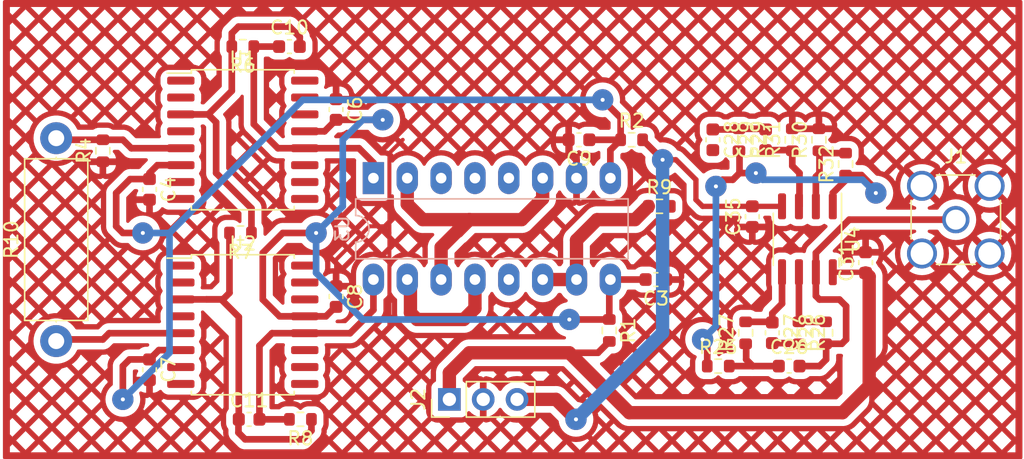
<source format=kicad_pcb>
(kicad_pcb (version 20221018) (generator pcbnew)
  (layers (0 "F.Cu" signal) (31 "B.Cu" signal) (34 "B.Paste" user) (35 "F.Paste" user) (36 "B.SilkS" user "B.Silkscreen") (37 "F.SilkS" user "F.Silkscreen") (38 "B.Mask" user) (39 "F.Mask" user) (44 "Edge.Cuts" user))
  (net 0 "")
  (net 1 "GND")
  (net 2 "V+")
  (net 3 "V-")
  (net 4 "Net-(U3--)")
  (net 5 "Net-(U1A--)")
  (net 6 "Net-(U2A--)")
  (net 7 "Net-(U3-+)")
  (net 8 "Net-(C26-Pad1)")
  (net 9 "Net-(J1-In)")
  (net 10 "Net-(U4B-+)")
  (net 11 "Net-(C28-Pad1)")
  (net 12 "/Amplifier Block/OUT")
  (net 13 "Net-(U4A-+)")
  (net 14 "+15V")
  (net 15 "-15V")
  (net 16 "/Amplifier Block/IN +")
  (net 17 "Net-(U3-Sense)")
  (net 18 "/Amplifier Block/IN -")
  (net 19 "Net-(R25-Pad1)")
  (net 20 "Net-(U4B--)")
  (net 21 "Net-(U4A--)")
  (net 22 "Net-(U3-+G_Sense)")
  (net 24 "Net-(U3--G_Sense)")
  (footprint "Resistor_SMD:R_0603_1608Metric" (layer "F.Cu") (at 87.5 33.825 90)
    (fp_text reference "R4" (at 0 -1.43 90) (layer "F.SilkS"))
    (fp_text value "100k")
    (fp_line (start -0.237258 -0.5225) (end 0.237258 -0.5225) (stroke (width 0.12)) (layer "F.SilkS"))
    (fp_line (start -0.237258 0.5225) (end 0.237258 0.5225) (stroke (width 0.12)) (layer "F.SilkS"))
    (pad "1" smd roundrect (at -0.825 0 90) (size 0.8 0.95) (layers "F.Cu" "F.Paste" "F.Mask") (net 1 "GND"))
    (pad "2" smd roundrect (at 0.825 0 90) (size 0.8 0.95) (layers "F.Cu" "F.Paste" "F.Mask") (net 16 "/Amplifier Block/IN +"))
  )
  (footprint "Resistor_SMD:R_0603_1608Metric" (layer "F.Cu") (at 135.73 47.5 90)
    (fp_text reference "R27" (at 0 -1.43 90) (layer "F.SilkS"))
    (fp_text value "R")
    (fp_line (start -0.237258 -0.5225) (end 0.237258 -0.5225) (stroke (width 0.12)) (layer "F.SilkS"))
    (fp_line (start -0.237258 0.5225) (end 0.237258 0.5225) (stroke (width 0.12)) (layer "F.SilkS"))
    (pad "1" smd roundrect (at -0.825 0 90) (size 0.8 0.95) (layers "F.Cu" "F.Paste" "F.Mask") (net 8 "Net-(C26-Pad1)"))
    (pad "2" smd roundrect (at 0.825 0 90) (size 0.8 0.95) (layers "F.Cu" "F.Paste" "F.Mask") (net 10 "Net-(U4B-+)"))
  )
  (footprint "Package_SO:SOIC-8_3.9x4.9mm_P1.27mm" (layer "F.Cu") (at 140.365 40.475 -90)
    (fp_text reference "U4" (at 0 -3.4 90) (layer "F.SilkS"))
    (fp_text value "NE5532")
    (fp_line (start 0 -2.56) (end -3.45 -2.56) (stroke (width 0.12)) (layer "F.SilkS"))
    (fp_line (start 0 -2.56) (end 1.95 -2.56) (stroke (width 0.12)) (layer "F.SilkS"))
    (fp_line (start 0 2.56) (end -1.95 2.56) (stroke (width 0.12)) (layer "F.SilkS"))
    (fp_line (start 0 2.56) (end 1.95 2.56) (stroke (width 0.12)) (layer "F.SilkS"))
    (pad "1" smd roundrect (at -2.475 -1.905 270) (size 1.95 0.6) (layers "F.Cu" "F.Paste" "F.Mask") (net 19 "Net-(R25-Pad1)"))
    (pad "2" smd roundrect (at -2.475 -0.635 270) (size 1.95 0.6) (layers "F.Cu" "F.Paste" "F.Mask") (net 21 "Net-(U4A--)"))
    (pad "3" smd roundrect (at -2.475 0.635 270) (size 1.95 0.6) (layers "F.Cu" "F.Paste" "F.Mask") (net 13 "Net-(U4A-+)"))
    (pad "4" smd roundrect (at -2.475 1.905 270) (size 1.95 0.6) (layers "F.Cu" "F.Paste" "F.Mask") (net 15 "-15V"))
    (pad "5" smd roundrect (at 2.475 1.905 270) (size 1.95 0.6) (layers "F.Cu" "F.Paste" "F.Mask") (net 10 "Net-(U4B-+)"))
    (pad "6" smd roundrect (at 2.475 0.635 270) (size 1.95 0.6) (layers "F.Cu" "F.Paste" "F.Mask") (net 20 "Net-(U4B--)"))
    (pad "7" smd roundrect (at 2.475 -0.635 270) (size 1.95 0.6) (layers "F.Cu" "F.Paste" "F.Mask") (net 9 "Net-(J1-In)"))
    (pad "8" smd roundrect (at 2.475 -1.905 270) (size 1.95 0.6) (layers "F.Cu" "F.Paste" "F.Mask") (net 14 "+15V"))
  )
  (footprint "Capacitor_SMD:C_0603_1608Metric" (layer "F.Cu") (at 123.225 33 180)
    (fp_text reference "C9" (at 0 -1.43) (layer "F.SilkS"))
    (fp_text value "1u 50V")
    (fp_line (start -0.14058 -0.51) (end 0.14058 -0.51) (stroke (width 0.12)) (layer "F.SilkS"))
    (fp_line (start -0.14058 0.51) (end 0.14058 0.51) (stroke (width 0.12)) (layer "F.SilkS"))
    (pad "1" smd roundrect (at -0.775 0 180) (size 0.9 0.95) (layers "F.Cu" "F.Paste" "F.Mask") (net 3 "V-"))
    (pad "2" smd roundrect (at 0.775 0 180) (size 0.9 0.95) (layers "F.Cu" "F.Paste" "F.Mask") (net 1 "GND"))
  )
  (footprint "Resistor_SMD:R_0603_1608Metric" (layer "F.Cu") (at 127.175 33)
    (fp_text reference "R2" (at 0 -1.43) (layer "F.SilkS"))
    (fp_text value "50")
    (fp_line (start -0.237258 -0.5225) (end 0.237258 -0.5225) (stroke (width 0.12)) (layer "F.SilkS"))
    (fp_line (start -0.237258 0.5225) (end 0.237258 0.5225) (stroke (width 0.12)) (layer "F.SilkS"))
    (pad "1" smd roundrect (at -0.825 0) (size 0.8 0.95) (layers "F.Cu" "F.Paste" "F.Mask") (net 3 "V-"))
    (pad "2" smd roundrect (at 0.825 0) (size 0.8 0.95) (layers "F.Cu" "F.Paste" "F.Mask") (net 15 "-15V"))
  )
  (footprint "Resistor_SMD:R_0603_1608Metric" (layer "F.Cu") (at 139.23 33 90)
    (fp_text reference "R31" (at 0 -1.43 90) (layer "F.SilkS"))
    (fp_text value "R")
    (fp_line (start -0.237258 -0.5225) (end 0.237258 -0.5225) (stroke (width 0.12)) (layer "F.SilkS"))
    (fp_line (start -0.237258 0.5225) (end 0.237258 0.5225) (stroke (width 0.12)) (layer "F.SilkS"))
    (pad "1" smd roundrect (at -0.825 0 90) (size 0.8 0.95) (layers "F.Cu" "F.Paste" "F.Mask") (net 13 "Net-(U4A-+)"))
    (pad "2" smd roundrect (at 0.825 0 90) (size 0.8 0.95) (layers "F.Cu" "F.Paste" "F.Mask") (net 1 "GND"))
  )
  (footprint "Resistor_SMD:R_0603_1608Metric" (layer "F.Cu") (at 143.23 34.825 90)
    (fp_text reference "R32" (at 0 -1.43 90) (layer "F.SilkS"))
    (fp_text value "R")
    (fp_line (start -0.237258 -0.5225) (end 0.237258 -0.5225) (stroke (width 0.12)) (layer "F.SilkS"))
    (fp_line (start -0.237258 0.5225) (end 0.237258 0.5225) (stroke (width 0.12)) (layer "F.SilkS"))
    (pad "1" smd roundrect (at -0.825 0 90) (size 0.8 0.95) (layers "F.Cu" "F.Paste" "F.Mask") (net 19 "Net-(R25-Pad1)"))
    (pad "2" smd roundrect (at 0.825 0 90) (size 0.8 0.95) (layers "F.Cu" "F.Paste" "F.Mask") (net 21 "Net-(U4A--)"))
  )
  (footprint "Package_SO:SOIC-16W_7.5x10.3mm_P1.27mm" (layer "F.Cu") (at 98 33)
    (fp_text reference "U1" (at 0 -6.1) (layer "F.SilkS"))
    (fp_text value "AD745")
    (fp_line (start -3.86 -5.26) (end -3.86 -5.005) (stroke (width 0.12)) (layer "F.SilkS"))
    (fp_line (start -3.86 -5.005) (end -5.675 -5.005) (stroke (width 0.12)) (layer "F.SilkS"))
    (fp_line (start -3.86 5.26) (end -3.86 5.005) (stroke (width 0.12)) (layer "F.SilkS"))
    (fp_line (start 0 -5.26) (end -3.86 -5.26) (stroke (width 0.12)) (layer "F.SilkS"))
    (fp_line (start 0 -5.26) (end 3.86 -5.26) (stroke (width 0.12)) (layer "F.SilkS"))
    (fp_line (start 0 5.26) (end -3.86 5.26) (stroke (width 0.12)) (layer "F.SilkS"))
    (fp_line (start 0 5.26) (end 3.86 5.26) (stroke (width 0.12)) (layer "F.SilkS"))
    (fp_line (start 3.86 -5.26) (end 3.86 -5.005) (stroke (width 0.12)) (layer "F.SilkS"))
    (fp_line (start 3.86 5.26) (end 3.86 5.005) (stroke (width 0.12)) (layer "F.SilkS"))
    (pad "1" smd roundrect (at -4.65 -4.445) (size 2.05 0.6) (layers "F.Cu" "F.Paste" "F.Mask"))
    (pad "2" smd roundrect (at -4.65 -3.175) (size 2.05 0.6) (layers "F.Cu" "F.Paste" "F.Mask"))
    (pad "3" smd roundrect (at -4.65 -1.905) (size 2.05 0.6) (layers "F.Cu" "F.Paste" "F.Mask") (net 5 "Net-(U1A--)"))
    (pad "4" smd roundrect (at -4.65 -0.635) (size 2.05 0.6) (layers "F.Cu" "F.Paste" "F.Mask"))
    (pad "5" smd roundrect (at -4.65 0.635) (size 2.05 0.6) (layers "F.Cu" "F.Paste" "F.Mask") (net 16 "/Amplifier Block/IN +"))
    (pad "6" smd roundrect (at -4.65 1.905) (size 2.05 0.6) (layers "F.Cu" "F.Paste" "F.Mask") (net 3 "V-"))
    (pad "7" smd roundrect (at -4.65 3.175) (size 2.05 0.6) (layers "F.Cu" "F.Paste" "F.Mask"))
    (pad "8" smd roundrect (at -4.65 4.445) (size 2.05 0.6) (layers "F.Cu" "F.Paste" "F.Mask"))
    (pad "9" smd roundrect (at 4.65 4.445) (size 2.05 0.6) (layers "F.Cu" "F.Paste" "F.Mask"))
    (pad "10" smd roundrect (at 4.65 3.175) (size 2.05 0.6) (layers "F.Cu" "F.Paste" "F.Mask"))
    (pad "11" smd roundrect (at 4.65 1.905) (size 2.05 0.6) (layers "F.Cu" "F.Paste" "F.Mask"))
    (pad "12" smd roundrect (at 4.65 0.635) (size 2.05 0.6) (layers "F.Cu" "F.Paste" "F.Mask") (net 7 "Net-(U3-+)"))
    (pad "13" smd roundrect (at 4.65 -0.635) (size 2.05 0.6) (layers "F.Cu" "F.Paste" "F.Mask") (net 2 "V+"))
    (pad "14" smd roundrect (at 4.65 -1.905) (size 2.05 0.6) (layers "F.Cu" "F.Paste" "F.Mask"))
    (pad "15" smd roundrect (at 4.65 -3.175) (size 2.05 0.6) (layers "F.Cu" "F.Paste" "F.Mask"))
    (pad "16" smd roundrect (at 4.65 -4.445) (size 2.05 0.6) (layers "F.Cu" "F.Paste" "F.Mask"))
  )
  (footprint "Capacitor_SMD:C_0603_1608Metric" (layer "F.Cu") (at 105 30.725 -90)
    (fp_text reference "C6" (at 0 -1.43 90) (layer "F.SilkS"))
    (fp_text value "1u 50V")
    (fp_line (start -0.14058 -0.51) (end 0.14058 -0.51) (stroke (width 0.12)) (layer "F.SilkS"))
    (fp_line (start -0.14058 0.51) (end 0.14058 0.51) (stroke (width 0.12)) (layer "F.SilkS"))
    (pad "1" smd roundrect (at -0.775 0 270) (size 0.9 0.95) (layers "F.Cu" "F.Paste" "F.Mask") (net 1 "GND"))
    (pad "2" smd roundrect (at 0.775 0 270) (size 0.9 0.95) (layers "F.Cu" "F.Paste" "F.Mask") (net 2 "V+"))
  )
  (footprint "Resistor_SMD:R_0603_1608Metric" (layer "F.Cu") (at 139.73 47.5 -90)
    (fp_text reference "R26" (at 0 -1.43 90) (layer "F.SilkS"))
    (fp_text value "R")
    (fp_line (start -0.237258 -0.5225) (end 0.237258 -0.5225) (stroke (width 0.12)) (layer "F.SilkS"))
    (fp_line (start -0.237258 0.5225) (end 0.237258 0.5225) (stroke (width 0.12)) (layer "F.SilkS"))
    (pad "1" smd roundrect (at -0.825 0 270) (size 0.8 0.95) (layers "F.Cu" "F.Paste" "F.Mask") (net 20 "Net-(U4B--)"))
    (pad "2" smd roundrect (at 0.825 0 270) (size 0.8 0.95) (layers "F.Cu" "F.Paste" "F.Mask") (net 1 "GND"))
  )
  (footprint "Connector_Coaxial:SMA_Amphenol_901-144_Vertical" (layer "F.Cu") (at 151.5 39)
    (fp_text reference "J1" (at 0 -4.75) (layer "F.SilkS"))
    (fp_text value "Conn_Coaxial")
    (fp_line (start -3.355 -1.45) (end -3.355 1.45) (stroke (width 0.12)) (layer "F.SilkS"))
    (fp_line (start -1.45 -3.355) (end 1.45 -3.355) (stroke (width 0.12)) (layer "F.SilkS"))
    (fp_line (start -1.45 3.355) (end 1.45 3.355) (stroke (width 0.12)) (layer "F.SilkS"))
    (fp_line (start 3.355 -1.45) (end 3.355 1.45) (stroke (width 0.12)) (layer "F.SilkS"))
    (pad "1" thru_hole circle (at 0 0) (size 2.05 2.05) (drill 1.5) (layers "*.Cu" "*.Mask") (net 9 "Net-(J1-In)"))
    (pad "2" thru_hole circle (at -2.54 -2.54) (size 2.25 2.25) (drill 1.7) (layers "*.Cu" "*.Mask") (net 1 "GND"))
    (pad "2" thru_hole circle (at -2.54 2.54) (size 2.25 2.25) (drill 1.7) (layers "*.Cu" "*.Mask") (net 1 "GND"))
    (pad "2" thru_hole circle (at 2.54 -2.54) (size 2.25 2.25) (drill 1.7) (layers "*.Cu" "*.Mask") (net 1 "GND"))
    (pad "2" thru_hole circle (at 2.54 2.54) (size 2.25 2.25) (drill 1.7) (layers "*.Cu" "*.Mask") (net 1 "GND"))
  )
  (footprint "Package_SO:SOIC-16W_7.5x10.3mm_P1.27mm" (layer "F.Cu") (at 98 46.895)
    (fp_text reference "U2" (at 0 -6.1) (layer "F.SilkS"))
    (fp_text value "AD745")
    (fp_line (start -3.86 -5.26) (end -3.86 -5.005) (stroke (width 0.12)) (layer "F.SilkS"))
    (fp_line (start -3.86 -5.005) (end -5.675 -5.005) (stroke (width 0.12)) (layer "F.SilkS"))
    (fp_line (start -3.86 5.26) (end -3.86 5.005) (stroke (width 0.12)) (layer "F.SilkS"))
    (fp_line (start 0 -5.26) (end -3.86 -5.26) (stroke (width 0.12)) (layer "F.SilkS"))
    (fp_line (start 0 -5.26) (end 3.86 -5.26) (stroke (width 0.12)) (layer "F.SilkS"))
    (fp_line (start 0 5.26) (end -3.86 5.26) (stroke (width 0.12)) (layer "F.SilkS"))
    (fp_line (start 0 5.26) (end 3.86 5.26) (stroke (width 0.12)) (layer "F.SilkS"))
    (fp_line (start 3.86 -5.26) (end 3.86 -5.005) (stroke (width 0.12)) (layer "F.SilkS"))
    (fp_line (start 3.86 5.26) (end 3.86 5.005) (stroke (width 0.12)) (layer "F.SilkS"))
    (pad "1" smd roundrect (at -4.65 -4.445) (size 2.05 0.6) (layers "F.Cu" "F.Paste" "F.Mask"))
    (pad "2" smd roundrect (at -4.65 -3.175) (size 2.05 0.6) (layers "F.Cu" "F.Paste" "F.Mask"))
    (pad "3" smd roundrect (at -4.65 -1.905) (size 2.05 0.6) (layers "F.Cu" "F.Paste" "F.Mask") (net 6 "Net-(U2A--)"))
    (pad "4" smd roundrect (at -4.65 -0.635) (size 2.05 0.6) (layers "F.Cu" "F.Paste" "F.Mask"))
    (pad "5" smd roundrect (at -4.65 0.635) (size 2.05 0.6) (layers "F.Cu" "F.Paste" "F.Mask") (net 18 "/Amplifier Block/IN -"))
    (pad "6" smd roundrect (at -4.65 1.905) (size 2.05 0.6) (layers "F.Cu" "F.Paste" "F.Mask") (net 3 "V-"))
    (pad "7" smd roundrect (at -4.65 3.175) (size 2.05 0.6) (layers "F.Cu" "F.Paste" "F.Mask"))
    (pad "8" smd roundrect (at -4.65 4.445) (size 2.05 0.6) (layers "F.Cu" "F.Paste" "F.Mask"))
    (pad "9" smd roundrect (at 4.65 4.445) (size 2.05 0.6) (layers "F.Cu" "F.Paste" "F.Mask"))
    (pad "10" smd roundrect (at 4.65 3.175) (size 2.05 0.6) (layers "F.Cu" "F.Paste" "F.Mask"))
    (pad "11" smd roundrect (at 4.65 1.905) (size 2.05 0.6) (layers "F.Cu" "F.Paste" "F.Mask"))
    (pad "12" smd roundrect (at 4.65 0.635) (size 2.05 0.6) (layers "F.Cu" "F.Paste" "F.Mask") (net 4 "Net-(U3--)"))
    (pad "13" smd roundrect (at 4.65 -0.635) (size 2.05 0.6) (layers "F.Cu" "F.Paste" "F.Mask") (net 2 "V+"))
    (pad "14" smd roundrect (at 4.65 -1.905) (size 2.05 0.6) (layers "F.Cu" "F.Paste" "F.Mask"))
    (pad "15" smd roundrect (at 4.65 -3.175) (size 2.05 0.6) (layers "F.Cu" "F.Paste" "F.Mask"))
    (pad "16" smd roundrect (at 4.65 -4.445) (size 2.05 0.6) (layers "F.Cu" "F.Paste" "F.Mask"))
  )
  (footprint "Resistor_THT:R_Axial_DIN0414_L11.9mm_D4.5mm_P15.24mm_Horizontal" (layer "F.Cu") (at 84 48.12 90)
    (fp_text reference "R10" (at 7.62 -3.37 90) (layer "F.SilkS"))
    (fp_text value "R")
    (fp_line (start 1.44 0) (end 1.55 0) (stroke (width 0.12)) (layer "F.SilkS"))
    (fp_line (start 1.55 -2.37) (end 1.55 2.37) (stroke (width 0.12)) (layer "F.SilkS"))
    (fp_line (start 1.55 2.37) (end 13.69 2.37) (stroke (width 0.12)) (layer "F.SilkS"))
    (fp_line (start 13.69 -2.37) (end 1.55 -2.37) (stroke (width 0.12)) (layer "F.SilkS"))
    (fp_line (start 13.69 2.37) (end 13.69 -2.37) (stroke (width 0.12)) (layer "F.SilkS"))
    (fp_line (start 13.8 0) (end 13.69 0) (stroke (width 0.12)) (layer "F.SilkS"))
    (pad "1" thru_hole circle (at 0 0 90) (size 2.4 2.4) (drill 1.2) (layers "*.Cu" "*.Mask") (net 18 "/Amplifier Block/IN -"))
    (pad "2" thru_hole oval (at 15.24 0 90) (size 2.4 2.4) (drill 1.2) (layers "*.Cu" "*.Mask") (net 16 "/Amplifier Block/IN +"))
  )
  (footprint "Resistor_SMD:R_0603_1608Metric" (layer "F.Cu") (at 102.325 54 180)
    (fp_text reference "R8" (at 0 -1.43) (layer "F.SilkS"))
    (fp_text value "5.1k")
    (fp_line (start -0.237258 -0.5225) (end 0.237258 -0.5225) (stroke (width 0.12)) (layer "F.SilkS"))
    (fp_line (start -0.237258 0.5225) (end 0.237258 0.5225) (stroke (width 0.12)) (layer "F.SilkS"))
    (pad "1" smd roundrect (at -0.825 0 180) (size 0.8 0.95) (layers "F.Cu" "F.Paste" "F.Mask") (net 6 "Net-(U2A--)"))
    (pad "2" smd roundrect (at 0.825 0 180) (size 0.8 0.95) (layers "F.Cu" "F.Paste" "F.Mask") (net 4 "Net-(U3--)"))
  )
  (footprint "Capacitor_SMD:C_0603_1608Metric" (layer "F.Cu") (at 98.475 54)
    (fp_text reference "C11" (at 0 -1.43) (layer "F.SilkS"))
    (fp_text value "10n")
    (fp_line (start -0.14058 -0.51) (end 0.14058 -0.51) (stroke (width 0.12)) (layer "F.SilkS"))
    (fp_line (start -0.14058 0.51) (end 0.14058 0.51) (stroke (width 0.12)) (layer "F.SilkS"))
    (pad "1" smd roundrect (at -0.775 0) (size 0.9 0.95) (layers "F.Cu" "F.Paste" "F.Mask") (net 6 "Net-(U2A--)"))
    (pad "2" smd roundrect (at 0.775 0) (size 0.9 0.95) (layers "F.Cu" "F.Paste" "F.Mask") (net 4 "Net-(U3--)"))
  )
  (footprint "Resistor_SMD:R_0603_1608Metric" (layer "F.Cu") (at 129.255 38)
    (fp_text reference "R9" (at 0 -1.43) (layer "F.SilkS"))
    (fp_text value "50")
    (fp_line (start -0.237258 -0.5225) (end 0.237258 -0.5225) (stroke (width 0.12)) (layer "F.SilkS"))
    (fp_line (start -0.237258 0.5225) (end 0.237258 0.5225) (stroke (width 0.12)) (layer "F.SilkS"))
    (pad "1" smd roundrect (at -0.825 0) (size 0.8 0.95) (layers "F.Cu" "F.Paste" "F.Mask") (net 17 "Net-(U3-Sense)"))
    (pad "2" smd roundrect (at 0.825 0) (size 0.8 0.95) (layers "F.Cu" "F.Paste" "F.Mask") (net 12 "/Amplifier Block/OUT"))
  )
  (footprint "Capacitor_SMD:C_0603_1608Metric" (layer "F.Cu") (at 101.5 26)
    (fp_text reference "C10" (at 0 -1.43) (layer "F.SilkS"))
    (fp_text value "10n")
    (fp_line (start -0.14058 -0.51) (end 0.14058 -0.51) (stroke (width 0.12)) (layer "F.SilkS"))
    (fp_line (start -0.14058 0.51) (end 0.14058 0.51) (stroke (width 0.12)) (layer "F.SilkS"))
    (pad "1" smd roundrect (at -0.775 0) (size 0.9 0.95) (layers "F.Cu" "F.Paste" "F.Mask") (net 7 "Net-(U3-+)"))
    (pad "2" smd roundrect (at 0.775 0) (size 0.9 0.95) (layers "F.Cu" "F.Paste" "F.Mask") (net 5 "Net-(U1A--)"))
  )
  (footprint "Resistor_SMD:R_0603_1608Metric" (layer "F.Cu") (at 141.73 47.5 90)
    (fp_text reference "R28" (at 0 -1.43 90) (layer "F.SilkS"))
    (fp_text value "R")
    (fp_line (start -0.237258 -0.5225) (end 0.237258 -0.5225) (stroke (width 0.12)) (layer "F.SilkS"))
    (fp_line (start -0.237258 0.5225) (end 0.237258 0.5225) (stroke (width 0.12)) (layer "F.SilkS"))
    (pad "1" smd roundrect (at -0.825 0 90) (size 0.8 0.95) (layers "F.Cu" "F.Paste" "F.Mask") (net 9 "Net-(J1-In)"))
    (pad "2" smd roundrect (at 0.825 0 90) (size 0.8 0.95) (layers "F.Cu" "F.Paste" "F.Mask") (net 20 "Net-(U4B--)"))
  )
  (footprint "Capacitor_SMD:C_0603_1608Metric" (layer "F.Cu") (at 129 43.5 180)
    (fp_text reference "C3" (at 0 -1.43) (layer "F.SilkS"))
    (fp_text value "1u 50V")
    (fp_line (start -0.14058 -0.51) (end 0.14058 -0.51) (stroke (width 0.12)) (layer "F.SilkS"))
    (fp_line (start -0.14058 0.51) (end 0.14058 0.51) (stroke (width 0.12)) (layer "F.SilkS"))
    (pad "1" smd roundrect (at -0.775 0 180) (size 0.9 0.95) (layers "F.Cu" "F.Paste" "F.Mask") (net 1 "GND"))
    (pad "2" smd roundrect (at 0.775 0 180) (size 0.9 0.95) (layers "F.Cu" "F.Paste" "F.Mask") (net 2 "V+"))
  )
  (footprint "Capacitor_SMD:C_0603_1608Metric" (layer "F.Cu") (at 133.27 33 -90)
    (fp_text reference "C28" (at 0 -1.43 90) (layer "F.SilkS"))
    (fp_text value "C")
    (fp_line (start -0.14058 -0.51) (end 0.14058 -0.51) (stroke (width 0.12)) (layer "F.SilkS"))
    (fp_line (start -0.14058 0.51) (end 0.14058 0.51) (stroke (width 0.12)) (layer "F.SilkS"))
    (pad "1" smd roundrect (at -0.775 0 270) (size 0.9 0.95) (layers "F.Cu" "F.Paste" "F.Mask") (net 11 "Net-(C28-Pad1)"))
    (pad "2" smd roundrect (at 0.775 0 270) (size 0.9 0.95) (layers "F.Cu" "F.Paste" "F.Mask") (net 12 "/Amplifier Block/OUT"))
  )
  (footprint "Capacitor_SMD:C_0603_1608Metric" (layer "F.Cu") (at 144.73 42.225 90)
    (fp_text reference "C31" (at 0 -1.43 90) (layer "F.SilkS"))
    (fp_text value "C")
    (fp_line (start -0.14058 -0.51) (end 0.14058 -0.51) (stroke (width 0.12)) (layer "F.SilkS"))
    (fp_line (start -0.14058 0.51) (end 0.14058 0.51) (stroke (width 0.12)) (layer "F.SilkS"))
    (pad "1" smd roundrect (at -0.775 0 90) (size 0.9 0.95) (layers "F.Cu" "F.Paste" "F.Mask") (net 14 "+15V"))
    (pad "2" smd roundrect (at 0.775 0 90) (size 0.9 0.95) (layers "F.Cu" "F.Paste" "F.Mask") (net 1 "GND"))
  )
  (footprint "Resistor_SMD:R_0603_1608Metric" (layer "F.Cu") (at 125.5 47.325 -90)
    (fp_text reference "R1" (at 0 -1.43 90) (layer "F.SilkS"))
    (fp_text value "50")
    (fp_line (start -0.237258 -0.5225) (end 0.237258 -0.5225) (stroke (width 0.12)) (layer "F.SilkS"))
    (fp_line (start -0.237258 0.5225) (end 0.237258 0.5225) (stroke (width 0.12)) (layer "F.SilkS"))
    (pad "1" smd roundrect (at -0.825 0 270) (size 0.8 0.95) (layers "F.Cu" "F.Paste" "F.Mask") (net 2 "V+"))
    (pad "2" smd roundrect (at 0.825 0 270) (size 0.8 0.95) (layers "F.Cu" "F.Paste" "F.Mask") (net 14 "+15V"))
  )
  (footprint "Capacitor_SMD:C_0603_1608Metric" (layer "F.Cu") (at 136.23 38.775 90)
    (fp_text reference "C35" (at 0 -1.43 90) (layer "F.SilkS"))
    (fp_text value "C")
    (fp_line (start -0.14058 -0.51) (end 0.14058 -0.51) (stroke (width 0.12)) (layer "F.SilkS"))
    (fp_line (start -0.14058 0.51) (end 0.14058 0.51) (stroke (width 0.12)) (layer "F.SilkS"))
    (pad "1" smd roundrect (at -0.775 0 90) (size 0.9 0.95) (layers "F.Cu" "F.Paste" "F.Mask") (net 1 "GND"))
    (pad "2" smd roundrect (at 0.775 0 90) (size 0.9 0.95) (layers "F.Cu" "F.Paste" "F.Mask") (net 15 "-15V"))
  )
  (footprint "Capacitor_SMD:C_0603_1608Metric" (layer "F.Cu") (at 105 44.775 -90)
    (fp_text reference "C8" (at 0 -1.43 90) (layer "F.SilkS"))
    (fp_text value "1u 50V")
    (fp_line (start -0.14058 -0.51) (end 0.14058 -0.51) (stroke (width 0.12)) (layer "F.SilkS"))
    (fp_line (start -0.14058 0.51) (end 0.14058 0.51) (stroke (width 0.12)) (layer "F.SilkS"))
    (pad "1" smd roundrect (at -0.775 0 270) (size 0.9 0.95) (layers "F.Cu" "F.Paste" "F.Mask") (net 1 "GND"))
    (pad "2" smd roundrect (at 0.775 0 270) (size 0.9 0.95) (layers "F.Cu" "F.Paste" "F.Mask") (net 2 "V+"))
  )
  (footprint "Capacitor_SMD:C_0603_1608Metric" (layer "F.Cu") (at 91 50.275 -90)
    (fp_text reference "C7" (at 0 -1.43 90) (layer "F.SilkS"))
    (fp_text value "1u 50V")
    (fp_line (start -0.14058 -0.51) (end 0.14058 -0.51) (stroke (width 0.12)) (layer "F.SilkS"))
    (fp_line (start -0.14058 0.51) (end 0.14058 0.51) (stroke (width 0.12)) (layer "F.SilkS"))
    (pad "1" smd roundrect (at -0.775 0 270) (size 0.9 0.95) (layers "F.Cu" "F.Paste" "F.Mask") (net 3 "V-"))
    (pad "2" smd roundrect (at 0.775 0 270) (size 0.9 0.95) (layers "F.Cu" "F.Paste" "F.Mask") (net 1 "GND"))
  )
  (footprint "Connector_PinHeader_2.54mm:PinHeader_1x03_P2.54mm_Vertical" (layer "F.Cu") (at 113.5 52.5 90)
    (fp_text reference "J2" (at 0 -2.33 90) (layer "F.SilkS"))
    (fp_text value "Power")
    (fp_line (start -1.33 -1.33) (end 0 -1.33) (stroke (width 0.12)) (layer "F.SilkS"))
    (fp_line (start -1.33 0) (end -1.33 -1.33) (stroke (width 0.12)) (layer "F.SilkS"))
    (fp_line (start -1.33 1.27) (end -1.33 6.41) (stroke (width 0.12)) (layer "F.SilkS"))
    (fp_line (start -1.33 1.27) (end 1.33 1.27) (stroke (width 0.12)) (layer "F.SilkS"))
    (fp_line (start -1.33 6.41) (end 1.33 6.41) (stroke (width 0.12)) (layer "F.SilkS"))
    (fp_line (start 1.33 1.27) (end 1.33 6.41) (stroke (width 0.12)) (layer "F.SilkS"))
    (pad "1" thru_hole rect (at 0 0 90) (size 1.7 1.7) (drill 1) (layers "*.Cu" "*.Mask") (net 14 "+15V"))
    (pad "2" thru_hole oval (at 0 2.54 90) (size 1.7 1.7) (drill 1) (layers "*.Cu" "*.Mask") (net 1 "GND"))
    (pad "3" thru_hole oval (at 0 5.08 90) (size 1.7 1.7) (drill 1) (layers "*.Cu" "*.Mask") (net 15 "-15V"))
  )
  (footprint "Resistor_SMD:R_0603_1608Metric" (layer "F.Cu") (at 98 26 180)
    (fp_text reference "R6" (at 0 -1.43) (layer "F.SilkS"))
    (fp_text value "5.1k")
    (fp_line (start -0.237258 -0.5225) (end 0.237258 -0.5225) (stroke (width 0.12)) (layer "F.SilkS"))
    (fp_line (start -0.237258 0.5225) (end 0.237258 0.5225) (stroke (width 0.12)) (layer "F.SilkS"))
    (pad "1" smd roundrect (at -0.825 0 180) (size 0.8 0.95) (layers "F.Cu" "F.Paste" "F.Mask") (net 7 "Net-(U3-+)"))
    (pad "2" smd roundrect (at 0.825 0 180) (size 0.8 0.95) (layers "F.Cu" "F.Paste" "F.Mask") (net 5 "Net-(U1A--)"))
  )
  (footprint "Capacitor_SMD:C_0603_1608Metric" (layer "F.Cu") (at 138.995 50)
    (fp_text reference "C26" (at 0 -1.43) (layer "F.SilkS"))
    (fp_text value "C")
    (fp_line (start -0.14058 -0.51) (end 0.14058 -0.51) (stroke (width 0.12)) (layer "F.SilkS"))
    (fp_line (start -0.14058 0.51) (end 0.14058 0.51) (stroke (width 0.12)) (layer "F.SilkS"))
    (pad "1" smd roundrect (at -0.775 0) (size 0.9 0.95) (layers "F.Cu" "F.Paste" "F.Mask") (net 8 "Net-(C26-Pad1)"))
    (pad "2" smd roundrect (at 0.775 0) (size 0.9 0.95) (layers "F.Cu" "F.Paste" "F.Mask") (net 9 "Net-(J1-In)"))
  )
  (footprint "Resistor_SMD:R_0603_1608Metric" (layer "F.Cu") (at 135.23 33 -90)
    (fp_text reference "R29" (at 0 -1.43 90) (layer "F.SilkS"))
    (fp_text value "R")
    (fp_line (start -0.237258 -0.5225) (end 0.237258 -0.5225) (stroke (width 0.12)) (layer "F.SilkS"))
    (fp_line (start -0.237258 0.5225) (end 0.237258 0.5225) (stroke (width 0.12)) (layer "F.SilkS"))
    (pad "1" smd roundrect (at -0.825 0 270) (size 0.8 0.95) (layers "F.Cu" "F.Paste" "F.Mask") (net 11 "Net-(C28-Pad1)"))
    (pad "2" smd roundrect (at 0.825 0 270) (size 0.8 0.95) (layers "F.Cu" "F.Paste" "F.Mask") (net 19 "Net-(R25-Pad1)"))
  )
  (footprint "Capacitor_SMD:C_0603_1608Metric" (layer "F.Cu") (at 91 36.725 -90)
    (fp_text reference "C4" (at 0 -1.43 90) (layer "F.SilkS"))
    (fp_text value "1u 50V")
    (fp_line (start -0.14058 -0.51) (end 0.14058 -0.51) (stroke (width 0.12)) (layer "F.SilkS"))
    (fp_line (start -0.14058 0.51) (end 0.14058 0.51) (stroke (width 0.12)) (layer "F.SilkS"))
    (pad "1" smd roundrect (at -0.775 0 270) (size 0.9 0.95) (layers "F.Cu" "F.Paste" "F.Mask") (net 3 "V-"))
    (pad "2" smd roundrect (at 0.775 0 270) (size 0.9 0.95) (layers "F.Cu" "F.Paste" "F.Mask") (net 1 "GND"))
  )
  (footprint "Capacitor_SMD:C_0603_1608Metric" (layer "F.Cu") (at 137.73 47.5 -90)
    (fp_text reference "C27" (at 0 -1.43 90) (layer "F.SilkS"))
    (fp_text value "C")
    (fp_line (start -0.14058 -0.51) (end 0.14058 -0.51) (stroke (width 0.12)) (layer "F.SilkS"))
    (fp_line (start -0.14058 0.51) (end 0.14058 0.51) (stroke (width 0.12)) (layer "F.SilkS"))
    (pad "1" smd roundrect (at -0.775 0 270) (size 0.9 0.95) (layers "F.Cu" "F.Paste" "F.Mask") (net 10 "Net-(U4B-+)"))
    (pad "2" smd roundrect (at 0.775 0 270) (size 0.9 0.95) (layers "F.Cu" "F.Paste" "F.Mask") (net 1 "GND"))
  )
  (footprint "Resistor_SMD:R_0603_1608Metric" (layer "F.Cu") (at 97.825 40 180)
    (fp_text reference "R7" (at 0 -1.43) (layer "F.SilkS"))
    (fp_text value "510")
    (fp_line (start -0.237258 -0.5225) (end 0.237258 -0.5225) (stroke (width 0.12)) (layer "F.SilkS"))
    (fp_line (start -0.237258 0.5225) (end 0.237258 0.5225) (stroke (width 0.12)) (layer "F.SilkS"))
    (pad "1" smd roundrect (at -0.825 0 180) (size 0.8 0.95) (layers "F.Cu" "F.Paste" "F.Mask") (net 5 "Net-(U1A--)"))
    (pad "2" smd roundrect (at 0.825 0 180) (size 0.8 0.95) (layers "F.Cu" "F.Paste" "F.Mask") (net 6 "Net-(U2A--)"))
  )
  (footprint "Capacitor_SMD:C_0603_1608Metric" (layer "F.Cu") (at 137.23 33 90)
    (fp_text reference "C29" (at 0 -1.43 90) (layer "F.SilkS"))
    (fp_text value "C")
    (fp_line (start -0.14058 -0.51) (end 0.14058 -0.51) (stroke (width 0.12)) (layer "F.SilkS"))
    (fp_line (start -0.14058 0.51) (end 0.14058 0.51) (stroke (width 0.12)) (layer "F.SilkS"))
    (pad "1" smd roundrect (at -0.775 0 90) (size 0.9 0.95) (layers "F.Cu" "F.Paste" "F.Mask") (net 13 "Net-(U4A-+)"))
    (pad "2" smd roundrect (at 0.775 0 90) (size 0.9 0.95) (layers "F.Cu" "F.Paste" "F.Mask") (net 11 "Net-(C28-Pad1)"))
  )
  (footprint "Resistor_SMD:R_0603_1608Metric" (layer "F.Cu") (at 141.23 33 90)
    (fp_text reference "R30" (at 0 -1.43 90) (layer "F.SilkS"))
    (fp_text value "R")
    (fp_line (start -0.237258 -0.5225) (end 0.237258 -0.5225) (stroke (width 0.12)) (layer "F.SilkS"))
    (fp_line (start -0.237258 0.5225) (end 0.237258 0.5225) (stroke (width 0.12)) (layer "F.SilkS"))
    (pad "1" smd roundrect (at -0.825 0 90) (size 0.8 0.95) (layers "F.Cu" "F.Paste" "F.Mask") (net 21 "Net-(U4A--)"))
    (pad "2" smd roundrect (at 0.825 0 90) (size 0.8 0.95) (layers "F.Cu" "F.Paste" "F.Mask") (net 1 "GND"))
  )
  (footprint "Resistor_SMD:R_0603_1608Metric" (layer "F.Cu") (at 133.675 50)
    (fp_text reference "R25" (at 0 -1.43) (layer "F.SilkS"))
    (fp_text value "R")
    (fp_line (start -0.237258 -0.5225) (end 0.237258 -0.5225) (stroke (width 0.12)) (layer "F.SilkS"))
    (fp_line (start -0.237258 0.5225) (end 0.237258 0.5225) (stroke (width 0.12)) (layer "F.SilkS"))
    (pad "1" smd roundrect (at -0.825 0) (size 0.8 0.95) (layers "F.Cu" "F.Paste" "F.Mask") (net 19 "Net-(R25-Pad1)"))
    (pad "2" smd roundrect (at 0.825 0) (size 0.8 0.95) (layers "F.Cu" "F.Paste" "F.Mask") (net 8 "Net-(C26-Pad1)"))
  )
  (footprint "Package_DIP:DIP-16_W7.62mm_LongPads" (layer "B.Cu") (at 107.8 35.88 -90)
    (fp_text reference "U3" (at 3.81 2.33 90) (layer "B.SilkS") (effects (justify mirror)))
    (fp_text value "INA103")
    (fp_line (start 1.56 -19.11) (end 6.06 -19.11) (stroke (width 0.12)) (layer "B.SilkS"))
    (fp_line (start 1.56 1.33) (end 1.56 -19.11) (stroke (width 0.12)) (layer "B.SilkS"))
    (fp_line (start 2.81 1.33) (end 1.56 1.33) (stroke (width 0.12)) (layer "B.SilkS"))
    (fp_line (start 6.06 -19.11) (end 6.06 1.33) (stroke (width 0.12)) (layer "B.SilkS"))
    (fp_line (start 6.06 1.33) (end 4.81 1.33) (stroke (width 0.12)) (layer "B.SilkS"))
    (fp_arc (start 2.81 1.33) (mid 3.81 0.33) (end 4.81 1.33) (stroke (width 0.12)) (layer "B.SilkS"))
    (pad "1" thru_hole rect (at 0 0 270) (size 2.4 1.6) (drill 0.8) (layers "*.Cu" "*.Mask") (net 7 "Net-(U3-+)"))
    (pad "2" thru_hole oval (at 0 -2.54 270) (size 2.4 1.6) (drill 0.8) (layers "*.Cu" "*.Mask") (net 22 "Net-(U3-+G_Sense)"))
    (pad "3" thru_hole oval (at 0 -5.08 270) (size 2.4 1.6) (drill 0.8) (layers "*.Cu" "*.Mask"))
    (pad "4" thru_hole oval (at 0 -7.62 270) (size 2.4 1.6) (drill 0.8) (layers "*.Cu" "*.Mask"))
    (pad "5" thru_hole oval (at 0 -10.16 270) (size 2.4 1.6) (drill 0.8) (layers "*.Cu" "*.Mask"))
    (pad "6" thru_hole oval (at 0 -12.7 270) (size 2.4 1.6) (drill 0.8) (layers "*.Cu" "*.Mask") (net 22 "Net-(U3-+G_Sense)"))
    (pad "7" thru_hole oval (at 0 -15.24 270) (size 2.4 1.6) (drill 0.8) (layers "*.Cu" "*.Mask") (net 1 "GND"))
    (pad "8" thru_hole oval (at 0 -17.78 270) (size 2.4 1.6) (drill 0.8) (layers "*.Cu" "*.Mask") (net 3 "V-"))
    (pad "9" thru_hole oval (at 7.62 -17.78 270) (size 2.4 1.6) (drill 0.8) (layers "*.Cu" "*.Mask") (net 2 "V+"))
    (pad "10" thru_hole oval (at 7.62 -15.24 270) (size 2.4 1.6) (drill 0.8) (layers "*.Cu" "*.Mask") (net 17 "Net-(U3-Sense)"))
    (pad "11" thru_hole oval (at 7.62 -12.7 270) (size 2.4 1.6) (drill 0.8) (layers "*.Cu" "*.Mask") (net 17 "Net-(U3-Sense)"))
    (pad "12" thru_hole oval (at 7.62 -10.16 270) (size 2.4 1.6) (drill 0.8) (layers "*.Cu" "*.Mask"))
    (pad "13" thru_hole oval (at 7.62 -7.62 270) (size 2.4 1.6) (drill 0.8) (layers "*.Cu" "*.Mask") (net 24 "Net-(U3--G_Sense)"))
    (pad "14" thru_hole oval (at 7.62 -5.08 270) (size 2.4 1.6) (drill 0.8) (layers "*.Cu" "*.Mask") (net 22 "Net-(U3-+G_Sense)"))
    (pad "15" thru_hole oval (at 7.62 -2.54 270) (size 2.4 1.6) (drill 0.8) (layers "*.Cu" "*.Mask") (net 24 "Net-(U3--G_Sense)"))
    (pad "16" thru_hole oval (at 7.62 0 270) (size 2.4 1.6) (drill 0.8) (layers "*.Cu" "*.Mask") (net 4 "Net-(U3--)"))
  )
  (segment (start 123.04 35.88) (end 123.04 34.54) (width 0.5) (layer "F.Cu") (net 1))
  (segment (start 105 44) (end 105 42) (width 0.3) (layer "F.Cu") (net 1))
  (segment (start 109 34) (end 110 33) (width 0.3) (layer "F.Cu") (net 1))
  (segment (start 108.5 39.5) (end 109 40) (width 0.3) (layer "F.Cu") (net 1))
  (segment (start 109 40) (end 109 47) (width 0.3) (layer "F.Cu") (net 1))
  (segment (start 109 47) (end 108.5 47.5) (width 0.3) (layer "F.Cu") (net 1))
  (segment (start 122.5 34) (end 122.5 33.05) (width 0.5) (layer "F.Cu") (net 1))
  (segment (start 105 42) (end 107.5 39.5) (width 0.3) (layer "F.Cu") (net 1))
  (segment (start 107.5 39.5) (end 108.5 39.5) (width 0.3) (layer "F.Cu") (net 1))
  (segment (start 123.04 34.54) (end 122.5 34) (width 0.5) (layer "F.Cu") (net 1))
  (segment (start 122.5 33.05) (end 122.45 33) (width 0.5) (layer "F.Cu") (net 1))
  (segment (start 109 40) (end 109 34) (width 0.3) (layer "F.Cu") (net 1))
  (segment (start 105 31.5) (end 108.5 31.5) (width 0.5) (layer "F.Cu") (net 2))
  (segment (start 102.65 32.365) (end 104.135 32.365) (width 0.5) (layer "F.Cu") (net 2))
  (segment (start 125.5 46.5) (end 122.5 46.5) (width 0.5) (layer "F.Cu") (net 2))
  (segment (start 101 40) (end 103.5 40) (width 0.5) (layer "F.Cu") (net 2))
  (segment (start 104.24 46.26) (end 102.65 46.26) (width 0.5) (layer "F.Cu") (net 2))
  (segment (start 100.76 46.26) (end 99.5 45) (width 0.5) (layer "F.Cu") (net 2))
  (segment (start 104.135 32.365) (end 105 31.5) (width 0.5) (layer "F.Cu") (net 2))
  (segment (start 125.5 43.58) (end 125.58 43.5) (width 0.5) (layer "F.Cu") (net 2))
  (segment (start 102.65 46.26) (end 100.76 46.26) (width 0.5) (layer "F.Cu") (net 2))
  (segment (start 104.95 45.55) (end 104.24 46.26) (width 0.5) (layer "F.Cu") (net 2))
  (segment (start 125.58 43.5) (end 128.225 43.5) (width 0.5) (layer "F.Cu") (net 2))
  (segment (start 125.5 46.5) (end 125.5 43.58) (width 0.5) (layer "F.Cu") (net 2))
  (segment (start 99.5 45) (end 99.5 41.5) (width 0.5) (layer "F.Cu") (net 2))
  (segment (start 105 45.55) (end 104.95 45.55) (width 0.5) (layer "F.Cu") (net 2))
  (segment (start 99.5 41.5) (end 101 40) (width 0.5) (layer "F.Cu") (net 2))
  (via (at 122.5 46.5) (size 1.6) (drill 0.3) (layers "F.Cu" "B.Cu") (net 2))
  (via (at 108.5 31.5) (size 1.6) (drill 0.3) (layers "F.Cu" "B.Cu") (net 2))
  (via (at 103.5 40) (size 1.6) (drill 0.3) (layers "F.Cu" "B.Cu") (net 2))
  (segment (start 107 31.5) (end 108.5 31.5) (width 0.5) (layer "B.Cu") (net 2))
  (segment (start 122.5 46.5) (end 107 46.5) (width 0.5) (layer "B.Cu") (net 2))
  (segment (start 105.5 38) (end 105.5 33) (width 0.5) (layer "B.Cu") (net 2))
  (segment (start 103.5 43) (end 103.5 40) (width 0.5) (layer "B.Cu") (net 2))
  (segment (start 105.5 33) (end 107 31.5) (width 0.5) (layer "B.Cu") (net 2))
  (segment (start 103.5 40) (end 105.5 38) (width 0.5) (layer "B.Cu") (net 2))
  (segment (start 107 46.5) (end 103.5 43) (width 0.5) (layer "B.Cu") (net 2))
  (segment (start 125.58 35.88) (end 125.58 33.77) (width 0.5) (layer "F.Cu") (net 3))
  (segment (start 93.35 48.8) (end 91.7 48.8) (width 0.5) (layer "F.Cu") (net 3))
  (segment (start 89.5 49.5) (end 91 49.5) (width 0.5) (layer "F.Cu") (net 3))
  (segment (start 93.35 34.905) (end 91.595 34.905) (width 0.5) (layer "F.Cu") (net 3))
  (segment (start 124 33) (end 126.35 33) (width 0.5) (layer "F.Cu") (net 3))
  (segment (start 88.5 37) (end 88.5 39.5) (width 0.5) (layer "F.Cu") (net 3))
  (segment (start 91.595 34.905) (end 91 35.5) (width 0.5) (layer "F.Cu") (net 3))
  (segment (start 126.35 33) (end 126.35 31.35) (width 0.5) (layer "F.Cu") (net 3))
  (segment (start 89 50) (end 89.5 49.5) (width 0.5) (layer "F.Cu") (net 3))
  (segment (start 126.35 31.35) (end 125 30) (width 0.5) (layer "F.Cu") (net 3))
  (segment (start 125.58 33.77) (end 126.35 33) (width 0.5) (layer "F.Cu") (net 3))
  (segment (start 89.55 35.95) (end 88.5 37) (width 0.5) (layer "F.Cu") (net 3))
  (segment (start 89 40) (end 90.5 40) (width 0.5) (layer "F.Cu") (net 3))
  (segment (start 91.7 48.8) (end 91 49.5) (width 0.5) (layer "F.Cu") (net 3))
  (segment (start 88.5 39.5) (end 89 40) (width 0.5) (layer "F.Cu") (net 3))
  (segment (start 91 35.5) (end 91 35.95) (width 0.5) (layer "F.Cu") (net 3))
  (segment (start 91 35.95) (end 89.55 35.95) (width 0.5) (layer "F.Cu") (net 3))
  (segment (start 89 52.5) (end 89 50) (width 0.5) (layer "F.Cu") (net 3))
  (via (at 90.5 40) (size 1.6) (drill 0.3) (layers "F.Cu" "B.Cu") (net 3))
  (via (at 89 52.5) (size 1.6) (drill 0.3) (layers "F.Cu" "B.Cu") (net 3))
  (via (at 125 30) (size 1.6) (drill 0.3) (layers "F.Cu" "B.Cu") (net 3))
  (segment (start 92.5 40) (end 90.5 40) (width 0.5) (layer "B.Cu") (net 3))
  (segment (start 102.5 30) (end 92.5 40) (width 0.5) (layer "B.Cu") (net 3))
  (segment (start 125 30) (end 102.5 30) (width 0.5) (layer "B.Cu") (net 3))
  (segment (start 92.5 40) (end 92.5 49) (width 0.5) (layer "B.Cu") (net 3))
  (segment (start 92.5 49) (end 89 52.5) (width 0.5) (layer "B.Cu") (net 3))
  (segment (start 107.8 45.78) (end 107.8 43.5) (width 0.5) (layer "F.Cu") (net 4))
  (segment (start 100.19 47.53) (end 99.25 48.47) (width 0.5) (layer "F.Cu") (net 4))
  (segment (start 99.25 48.47) (end 99.25 53.665) (width 0.5) (layer "F.Cu") (net 4))
  (segment (start 102.65 47.53) (end 106.05 47.53) (width 0.5) (layer "F.Cu") (net 4))
  (segment (start 102.65 47.53) (end 100.19 47.53) (width 0.5) (layer "F.Cu") (net 4))
  (segment (start 99.25 54) (end 101.5 54) (width 0.5) (layer "F.Cu") (net 4))
  (segment (start 106.05 47.53) (end 107.8 45.78) (width 0.5) (layer "F.Cu") (net 4))
  (segment (start 97.175 29.325) (end 95.405 31.095) (width 0.5) (layer "F.Cu") (net 5))
  (segment (start 98.65 38.15) (end 96 35.5) (width 0.5) (layer "F.Cu") (net 5))
  (segment (start 102.275 25.275) (end 101.5 24.5) (width 0.5) (layer "F.Cu") (net 5))
  (segment (start 97.675 24.5) (end 97.175 25) (width 0.5) (layer "F.Cu") (net 5))
  (segment (start 96 31.69) (end 95.405 31.095) (width 0.5) (layer "F.Cu") (net 5))
  (segment (start 102.275 26) (end 102.275 25.275) (width 0.5) (layer "F.Cu") (net 5))
  (segment (start 97.175 26) (end 97.175 29.325) (width 0.5) (layer "F.Cu") (net 5))
  (segment (start 95.405 31.095) (end 93.35 31.095) (width 0.5) (layer "F.Cu") (net 5))
  (segment (start 101.5 24.5) (end 97.675 24.5) (width 0.5) (layer "F.Cu") (net 5))
  (segment (start 96 35.5) (end 96 31.69) (width 0.5) (layer "F.Cu") (net 5))
  (segment (start 98.65 40) (end 98.65 38.15) (width 0.5) (layer "F.Cu") (net 5))
  (segment (start 97.175 26) (end 97.175 25) (width 0.5) (layer "F.Cu") (net 5))
  (segment (start 97.7 46.31) (end 96.38 44.99) (width 0.5) (layer "F.Cu") (net 6))
  (segment (start 96.38 44.99) (end 95.27 44.99) (width 0.5) (layer "F.Cu") (net 6))
  (segment (start 95.27 44.99) (end 93.35 44.99) (width 0.5) (layer "F.Cu") (net 6))
  (segment (start 103.15 54) (end 103.15 54.85) (width 0.5) (layer "F.Cu") (net 6))
  (segment (start 97.675 55) (end 97.675 53.69) (width 0.5) (layer "F.Cu") (net 6))
  (segment (start 102.5 55.5) (end 98.175 55.5) (width 0.5) (layer "F.Cu") (net 6))
  (segment (start 98.175 55.5) (end 97.675 55) (width 0.5) (layer "F.Cu") (net 6))
  (segment (start 97.7 53.665) (end 97.7 46.31) (width 0.5) (layer "F.Cu") (net 6))
  (segment (start 103.15 54.85) (end 102.5 55.5) (width 0.5) (layer "F.Cu") (net 6))
  (segment (start 97 44.5) (end 97 40) (width 0.5) (layer "F.Cu") (net 6))
  (segment (start 95.27 44.99) (end 96.49 44.99) (width 0.5) (layer "F.Cu") (net 6))
  (segment (start 96.5 45) (end 97 44.5) (width 0.5) (layer "F.Cu") (net 6))
  (segment (start 97.675 53.69) (end 97.7 53.665) (width 0.5) (layer "F.Cu") (net 6))
  (segment (start 96.49 44.99) (end 96.5 45) (width 0.5) (layer "F.Cu") (net 6))
  (segment (start 98.775 25.95) (end 98.825 26) (width 0.5) (layer "F.Cu") (net 7))
  (segment (start 98.825 26) (end 100.725 26) (width 0.5) (layer "F.Cu") (net 7))
  (segment (start 100.635 33.635) (end 102.65 33.635) (width 0.5) (layer "F.Cu") (net 7))
  (segment (start 106.715 33.635) (end 107.8 34.72) (width 0.5) (layer "F.Cu") (net 7))
  (segment (start 102.65 33.635) (end 106.715 33.635) (width 0.5) (layer "F.Cu") (net 7))
  (segment (start 98.825 26) (end 98.825 31.825) (width 0.5) (layer "F.Cu") (net 7))
  (segment (start 107.8 34.72) (end 107.8 35.88) (width 0.5) (layer "F.Cu") (net 7))
  (segment (start 98.825 31.825) (end 100.635 33.635) (width 0.5) (layer "F.Cu") (net 7))
  (segment (start 136.27 50) (end 135.77 49.5) (width 0.5) (layer "F.Cu") (net 8))
  (segment (start 135.77 49.5) (end 135.77 48.365) (width 0.5) (layer "F.Cu") (net 8))
  (segment (start 135.77 48.365) (end 135.73 48.325) (width 0.5) (layer "F.Cu") (net 8))
  (segment (start 138.22 50) (end 136.27 50) (width 0.5) (layer "F.Cu") (net 8))
  (segment (start 134.77 50) (end 136.27 50) (width 0.5) (layer "F.Cu") (net 8))
  (segment (start 143.27 45.5) (end 143.27 48) (width 0.5) (layer "F.Cu") (net 9))
  (segment (start 139.77 50) (end 141.27 50) (width 0.5) (layer "F.Cu") (net 9))
  (segment (start 141.27 50) (end 141.77 49.5) (width 0.5) (layer "F.Cu") (net 9))
  (segment (start 141.27 45) (end 142.77 45) (width 0.5) (layer "F.Cu") (net 9))
  (segment (start 141 42.95) (end 141 41.5) (width 0.5) (layer "F.Cu") (net 9))
  (segment (start 141 41.5) (end 143.5 39) (width 0.5) (layer "F.Cu") (net 9))
  (segment (start 142.77 45) (end 143.27 45.5) (width 0.5) (layer "F.Cu") (net 9))
  (segment (start 141 44.73) (end 141.27 45) (width 0.5) (layer "F.Cu") (net 9))
  (segment (start 143.5 39) (end 151.5 39) (width 0.5) (layer "F.Cu") (net 9))
  (segment (start 141.77 49.5) (end 141.77 48.365) (width 0.5) (layer "F.Cu") (net 9))
  (segment (start 142.945 48.325) (end 141.73 48.325) (width 0.5) (layer "F.Cu") (net 9))
  (segment (start 141.77 48.365) (end 141.73 48.325) (width 0.5) (layer "F.Cu") (net 9))
  (segment (start 143.27 48) (end 142.945 48.325) (width 0.5) (layer "F.Cu") (net 9))
  (segment (start 141 42.95) (end 141 44.73) (width 0.5) (layer "F.Cu") (net 9))
  (segment (start 138.46 45.31) (end 137.73 46.04) (width 0.5) (layer "F.Cu") (net 10))
  (segment (start 135.73 46.675) (end 137.68 46.675) (width 0.5) (layer "F.Cu") (net 10))
  (segment (start 137.73 46.04) (end 137.73 46.725) (width 0.5) (layer "F.Cu") (net 10))
  (segment (start 137.68 46.675) (end 137.73 46.725) (width 0.5) (layer "F.Cu") (net 10))
  (segment (start 138.46 42.95) (end 138.46 45.31) (width 0.5) (layer "F.Cu") (net 10))
  (segment (start 137.18 32.175) (end 137.23 32.225) (width 0.5) (layer "F.Cu") (net 11))
  (segment (start 135.18 32.225) (end 135.23 32.175) (width 0.5) (layer "F.Cu") (net 11))
  (segment (start 135.23 32.175) (end 137.18 32.175) (width 0.5) (layer "F.Cu") (net 11))
  (segment (start 133.27 32.225) (end 135.18 32.225) (width 0.5) (layer "F.Cu") (net 11))
  (segment (start 139.77 35.5) (end 139.77 37.96) (width 0.5) (layer "F.Cu") (net 13))
  (segment (start 139.18 33.775) (end 139.23 33.825) (width 0.5) (layer "F.Cu") (net 13))
  (segment (start 139.23 33.825) (end 139.23 34.96) (width 0.5) (layer "F.Cu") (net 13))
  (segment (start 139.77 37.96) (end 139.73 38) (width 0.5) (layer "F.Cu") (net 13))
  (segment (start 137.23 33.775) (end 139.18 33.775) (width 0.5) (layer "F.Cu") (net 13))
  (segment (start 139.23 34.96) (end 139.77 35.5) (width 0.5) (layer "F.Cu") (net 13))
  (segment (start 145 43.27) (end 144.73 43) (width 1) (layer "F.Cu") (net 14))
  (segment (start 124.65 49) (end 122.5 49) (width 0.5) (layer "F.Cu") (net 14))
  (segment (start 143 53.5) (end 145 51.5) (width 1) (layer "F.Cu") (net 14))
  (segment (start 127 53.5) (end 143 53.5) (width 1) (layer "F.Cu") (net 14))
  (segment (start 113.5 50.5) (end 115 49) (width 1) (layer "F.Cu") (net 14))
  (segment (start 113.5 52.5) (end 113.5 50.5) (width 1) (layer "F.Cu") (net 14))
  (segment (start 142.27 42.95) (end 144.68 42.95) (width 0.4) (layer "F.Cu") (net 14))
  (segment (start 115 49) (end 122.5 49) (width 1) (layer "F.Cu") (net 14))
  (segment (start 145 51.5) (end 145 43.27) (width 1) (layer "F.Cu") (net 14))
  (segment (start 144.68 42.95) (end 144.73 43) (width 0.4) (layer "F.Cu") (net 14))
  (segment (start 125.5 48.15) (end 124.65 49) (width 0.5) (layer "F.Cu") (net 14))
  (segment (start 122.5 49) (end 127 53.5) (width 1) (layer "F.Cu") (net 14))
  (segment (start 138.46 38) (end 136.23 38) (width 0.4) (layer "F.Cu") (net 15))
  (segment (start 132 36) (end 130.5 34.5) (width 0.4) (layer "F.Cu") (net 15))
  (segment (start 136.23 38) (end 132.5 38) (width 0.4) (layer "F.Cu") (net 15))
  (segment (start 121.5 52.5) (end 123 54) (width 1) (layer "F.Cu") (net 15))
  (segment (start 132 37.5) (end 132 36) (width 0.4) (layer "F.Cu") (net 15))
  (segment (start 132.5 38) (end 132 37.5) (width 0.4) (layer "F.Cu") (net 15))
  (segment (start 128 33) (end 129.5 34.5) (width 0.5) (layer "F.Cu") (net 15))
  (segment (start 118.58 52.5) (end 121.5 52.5) (width 1) (layer "F.Cu") (net 15))
  (segment (start 130.5 34.5) (end 129.5 34.5) (width 0.4) (layer "F.Cu") (net 15))
  (via (at 123 54) (size 1.6) (drill 0.3) (layers "F.Cu" "B.Cu") (net 15))
  (via (at 129.5 34.5) (size 1.6) (drill 0.3) (layers "F.Cu" "B.Cu") (net 15))
  (segment (start 123 54) (end 129.5 47.5) (width 1) (layer "B.Cu") (net 15))
  (segment (start 129.5 47.5) (end 129.5 34.5) (width 1) (layer "B.Cu") (net 15))
  (segment (start 87.5 33) (end 84.12 33) (width 0.5) (layer "F.Cu") (net 16))
  (segment (start 89 33) (end 87.5 33) (width 0.5) (layer "F.Cu") (net 16))
  (segment (start 84.12 33) (end 84 32.88) (width 0.5) (layer "F.Cu") (net 16))
  (segment (start 89.635 33.635) (end 89 33) (width 0.5) (layer "F.Cu") (net 16))
  (segment (start 93.35 33.635) (end 89.635 33.635) (width 0.5) (layer "F.Cu") (net 16))
  (segment (start 123.04 43.5) (end 120.5 43.5) (width 1) (layer "F.Cu") (net 17))
  (segment (start 123.04 40.54) (end 124.58 39) (width 1) (layer "F.Cu") (net 17))
  (segment (start 124.58 39) (end 127.43 39) (width 1) (layer "F.Cu") (net 17))
  (segment (start 123.04 43.5) (end 123.04 40.54) (width 1) (layer "F.Cu") (net 17))
  (segment (start 127.43 39) (end 128.43 38) (width 1) (layer "F.Cu") (net 17))
  (segment (start 87.97 47.53) (end 87.5 48) (width 0.5) (layer "F.Cu") (net 18))
  (segment (start 84.12 48) (end 84 48.12) (width 0.5) (layer "F.Cu") (net 18))
  (segment (start 93.35 47.53) (end 87.97 47.53) (width 0.5) (layer "F.Cu") (net 18))
  (segment (start 87.5 48) (end 84.12 48) (width 0.5) (layer "F.Cu") (net 18))
  (segment (start 133.5 36.5) (end 134 36) (width 0.5) (layer "F.Cu") (net 19))
  (segment (start 143.23 36.04) (end 142.27 37) (width 0.5) (layer "F.Cu") (net 19))
  (segment (start 134.77 36) (end 135.27 35.5) (width 0.5) (layer "F.Cu") (net 19))
  (segment (start 134 36) (end 134.77 36) (width 0.5) (layer "F.Cu") (net 19))
  (segment (start 135.27 33.865) (end 135.23 33.825) (width 0.5) (layer "F.Cu") (net 19))
  (segment (start 136.5 35.5) (end 136.27 35.73) (width 0.5) (layer "F.Cu") (net 19))
  (segment (start 135.27 35.5) (end 135.27 33.865) (width 0.5) (layer "F.Cu") (net 19))
  (segment (start 143.23 35.65) (end 144.42 35.65) (width 0.5) (layer "F.Cu") (net 19))
  (segment (start 132.85 48.35) (end 132.5 48) (width 0.5) (layer "F.Cu") (net 19))
  (segment (start 145.5 37) (end 145.27 37) (width 0.5) (layer "F.Cu") (net 19))
  (segment (start 132.85 50) (end 132.85 48.35) (width 0.5) (layer "F.Cu") (net 19))
  (segment (start 144.42 35.65) (end 145.27 36.5) (width 0.5) (layer "F.Cu") (net 19))
  (segment (start 142.27 37) (end 142.27 38) (width 0.5) (layer "F.Cu") (net 19))
  (segment (start 145.27 36.5) (end 145.5 37) (width 0.5) (layer "F.Cu") (net 19))
  (segment (start 143.23 35.65) (end 143.23 36.04) (width 0.5) (layer "F.Cu") (net 19))
  (segment (start 136.5 35.5) (end 135.27 35.5) (width 0.5) (layer "F.Cu") (net 19))
  (segment (start 136.27 35.73) (end 136.27 36) (width 0.5) (layer "F.Cu") (net 19))
  (via (at 136.5 35.5) (size 1.6) (drill 0.3) (layers "F.Cu" "B.Cu") (net 19))
  (via (at 132.5 48) (size 1.6) (drill 0.3) (layers "F.Cu" "B.Cu") (net 19))
  (via (at 133.5 36.5) (size 1.6) (drill 0.3) (layers "F.Cu" "B.Cu") (net 19))
  (via (at 145.5 37) (size 1.6) (drill 0.3) (layers "F.Cu" "B.Cu") (net 19))
  (segment (start 136.5 35.5) (end 137 36) (width 0.5) (layer "B.Cu") (net 19))
  (segment (start 144.5 36) (end 145.5 37) (width 0.5) (layer "B.Cu") (net 19))
  (segment (start 133.5 36.5) (end 133.5 47) (width 0.5) (layer "B.Cu") (net 19))
  (segment (start 137 36) (end 144.5 36) (width 0.5) (layer "B.Cu") (net 19))
  (segment (start 133.5 47) (end 132.5 48) (width 0.5) (layer "B.Cu") (net 19))
  (segment (start 139.73 46.675) (end 141.73 46.675) (width 0.5) (layer "F.Cu") (net 20))
  (segment (start 139.73 42.95) (end 139.73 46.675) (width 0.5) (layer "F.Cu") (net 20))
  (segment (start 141 38) (end 141 35.77) (width 0.5) (layer "F.Cu") (net 21))
  (segment (start 141 35.77) (end 141.27 35.5) (width 0.5) (layer "F.Cu") (net 21))
  (segment (start 143.23 34) (end 141.405 34) (width 0.5) (layer "F.Cu") (net 21))
  (segment (start 141.27 33.865) (end 141.23 33.825) (width 0.5) (layer "F.Cu") (net 21))
  (segment (start 141.27 35.5) (end 141.27 33.865) (width 0.5) (layer "F.Cu") (net 21))
  (segment (start 141.405 34) (end 141.23 33.825) (width 0.5) (layer "F.Cu") (net 21))
  (segment (start 114.08 39.88) (end 112.88 41.08) (width 1) (layer "F.Cu") (net 22))
  (segment (start 110.34 35.88) (end 110.34 37.84) (width 1) (layer "F.Cu") (net 22))
  (segment (start 111.5 39) (end 115 39) (width 1) (layer "F.Cu") (net 22))
  (segment (start 120.5 37.42) (end 120.5 35.88) (width 1) (layer "F.Cu") (net 22))
  (segment (start 112.88 41.08) (end 112.88 43.5) (width 1) (layer "F.Cu") (net 22))
  (segment (start 118.92 39) (end 120.5 37.42) (width 1) (layer "F.Cu") (net 22))
  (segment (start 110.34 37.84) (end 111.5 39) (width 1) (layer "F.Cu") (net 22))
  (segment (start 114.08 39.88) (end 114.12 39.88) (width 1) (layer "F.Cu") (net 22))
  (segment (start 115 39) (end 118.92 39) (width 1) (layer "F.Cu") (net 22))
  (segment (start 114.12 39.88) (end 115 39) (width 1) (layer "F.Cu") (net 22))
  (segment (start 111.08 46.5) (end 110.58 46) (width 1) (layer "F.Cu") (net 24))
  (segment (start 115.42 45.66) (end 114.58 46.5) (width 1) (layer "F.Cu") (net 24))
  (segment (start 110.58 43.74) (end 110.34 43.5) (width 1) (layer "F.Cu") (net 24))
  (segment (start 114.58 46.5) (end 111.08 46.5) (width 1) (layer "F.Cu") (net 24))
  (segment (start 115.42 43.5) (end 115.42 45.66) (width 1) (layer "F.Cu") (net 24))
  (segment (start 110.58 46) (end 110.58 43.74) (width 1) (layer "F.Cu") (net 24))
  (zone (net 1) (net_name "GND") (layer "F.Cu") (connect_pads (clearance 0.5)) (min_thickness 0.25) (fill yes (mode hatch) (thermal_gap 0.5) (thermal_bridge_width 0.5) (hatch_thickness 0.4) (hatch_gap 1) (hatch_orientation 45) (hatch_border_algorithm hatch_thickness) (hatch_min_hole_area 0.3))
    (polygon (pts (xy 80 22.5) (xy 156.5 22.5) (xy 156.5 57) (xy 80 57)))
  )
)
</source>
